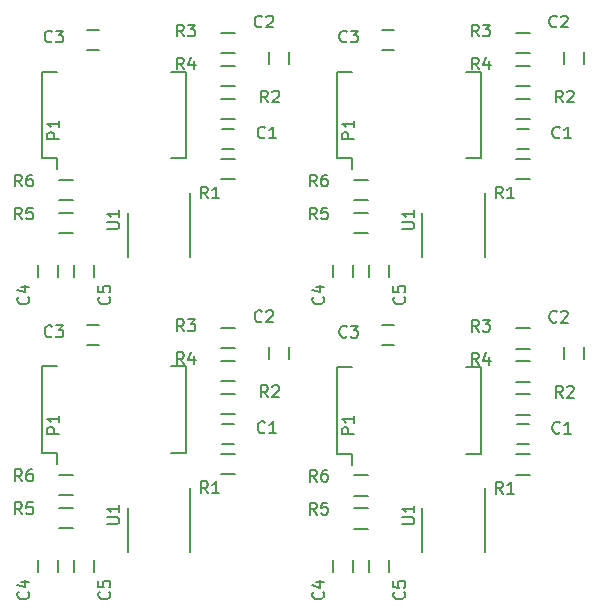
<source format=gto>
G04 #@! TF.FileFunction,Legend,Top*
%FSLAX46Y46*%
G04 Gerber Fmt 4.6, Leading zero omitted, Abs format (unit mm)*
G04 Created by KiCad (PCBNEW 0.201603210401+6634~43~ubuntu14.04.1-product) date mån 28 mar 2016 19:03:26*
%MOMM*%
G01*
G04 APERTURE LIST*
%ADD10C,0.100000*%
%ADD11C,0.150000*%
G04 APERTURE END LIST*
D10*
D11*
X110123500Y-141985900D02*
X110123500Y-145694500D01*
X115428500Y-140310900D02*
X115428500Y-145694500D01*
X107276000Y-147388200D02*
X107276000Y-146388200D01*
X105576000Y-146388200D02*
X105576000Y-147388200D01*
X105502000Y-143699200D02*
X104302000Y-143699200D01*
X104302000Y-141949200D02*
X105502000Y-141949200D01*
X105502000Y-140905200D02*
X104302000Y-140905200D01*
X104302000Y-139155200D02*
X105502000Y-139155200D01*
X104228000Y-147388200D02*
X104228000Y-146388200D01*
X102528000Y-146388200D02*
X102528000Y-147388200D01*
X102861000Y-137355200D02*
X104131000Y-137355200D01*
X102861000Y-130005200D02*
X104131000Y-130005200D01*
X115071000Y-130005200D02*
X113801000Y-130005200D01*
X115071000Y-137355200D02*
X113801000Y-137355200D01*
X102861000Y-137355200D02*
X102861000Y-130005200D01*
X115071000Y-137355200D02*
X115071000Y-130005200D01*
X104131000Y-137355200D02*
X104131000Y-138290200D01*
X122086000Y-128354200D02*
X122086000Y-129354200D01*
X123786000Y-129354200D02*
X123786000Y-128354200D01*
X107688000Y-126480200D02*
X106688000Y-126480200D01*
X106688000Y-128180200D02*
X107688000Y-128180200D01*
X119218000Y-139127200D02*
X118018000Y-139127200D01*
X118018000Y-137377200D02*
X119218000Y-137377200D01*
X119218000Y-134047200D02*
X118018000Y-134047200D01*
X118018000Y-132297200D02*
X119218000Y-132297200D01*
X119218000Y-128459200D02*
X118018000Y-128459200D01*
X118018000Y-126709200D02*
X119218000Y-126709200D01*
X119218000Y-131253200D02*
X118018000Y-131253200D01*
X118018000Y-129503200D02*
X119218000Y-129503200D01*
X118118000Y-136562200D02*
X119118000Y-136562200D01*
X119118000Y-134862200D02*
X118118000Y-134862200D01*
X135091700Y-142011300D02*
X135091700Y-145719900D01*
X140396700Y-140336300D02*
X140396700Y-145719900D01*
X132244200Y-147413600D02*
X132244200Y-146413600D01*
X130544200Y-146413600D02*
X130544200Y-147413600D01*
X130470200Y-143724600D02*
X129270200Y-143724600D01*
X129270200Y-141974600D02*
X130470200Y-141974600D01*
X130470200Y-140930600D02*
X129270200Y-140930600D01*
X129270200Y-139180600D02*
X130470200Y-139180600D01*
X129196200Y-147413600D02*
X129196200Y-146413600D01*
X127496200Y-146413600D02*
X127496200Y-147413600D01*
X127829200Y-137380600D02*
X129099200Y-137380600D01*
X127829200Y-130030600D02*
X129099200Y-130030600D01*
X140039200Y-130030600D02*
X138769200Y-130030600D01*
X140039200Y-137380600D02*
X138769200Y-137380600D01*
X127829200Y-137380600D02*
X127829200Y-130030600D01*
X140039200Y-137380600D02*
X140039200Y-130030600D01*
X129099200Y-137380600D02*
X129099200Y-138315600D01*
X147054200Y-128379600D02*
X147054200Y-129379600D01*
X148754200Y-129379600D02*
X148754200Y-128379600D01*
X132656200Y-126505600D02*
X131656200Y-126505600D01*
X131656200Y-128205600D02*
X132656200Y-128205600D01*
X144186200Y-139152600D02*
X142986200Y-139152600D01*
X142986200Y-137402600D02*
X144186200Y-137402600D01*
X144186200Y-134072600D02*
X142986200Y-134072600D01*
X142986200Y-132322600D02*
X144186200Y-132322600D01*
X144186200Y-128484600D02*
X142986200Y-128484600D01*
X142986200Y-126734600D02*
X144186200Y-126734600D01*
X144186200Y-131278600D02*
X142986200Y-131278600D01*
X142986200Y-129528600D02*
X144186200Y-129528600D01*
X143086200Y-136587600D02*
X144086200Y-136587600D01*
X144086200Y-134887600D02*
X143086200Y-134887600D01*
X130470200Y-115937000D02*
X129270200Y-115937000D01*
X129270200Y-114187000D02*
X130470200Y-114187000D01*
X130470200Y-118731000D02*
X129270200Y-118731000D01*
X129270200Y-116981000D02*
X130470200Y-116981000D01*
X144186200Y-106285000D02*
X142986200Y-106285000D01*
X142986200Y-104535000D02*
X144186200Y-104535000D01*
X144186200Y-103491000D02*
X142986200Y-103491000D01*
X142986200Y-101741000D02*
X144186200Y-101741000D01*
X144186200Y-109079000D02*
X142986200Y-109079000D01*
X142986200Y-107329000D02*
X144186200Y-107329000D01*
X144186200Y-114159000D02*
X142986200Y-114159000D01*
X142986200Y-112409000D02*
X144186200Y-112409000D01*
X132244200Y-122420000D02*
X132244200Y-121420000D01*
X130544200Y-121420000D02*
X130544200Y-122420000D01*
X129196200Y-122420000D02*
X129196200Y-121420000D01*
X127496200Y-121420000D02*
X127496200Y-122420000D01*
X132656200Y-101512000D02*
X131656200Y-101512000D01*
X131656200Y-103212000D02*
X132656200Y-103212000D01*
X147054200Y-103386000D02*
X147054200Y-104386000D01*
X148754200Y-104386000D02*
X148754200Y-103386000D01*
X135091700Y-117017700D02*
X135091700Y-120726300D01*
X140396700Y-115342700D02*
X140396700Y-120726300D01*
X143086200Y-111594000D02*
X144086200Y-111594000D01*
X144086200Y-109894000D02*
X143086200Y-109894000D01*
X127829200Y-112387000D02*
X129099200Y-112387000D01*
X127829200Y-105037000D02*
X129099200Y-105037000D01*
X140039200Y-105037000D02*
X138769200Y-105037000D01*
X140039200Y-112387000D02*
X138769200Y-112387000D01*
X127829200Y-112387000D02*
X127829200Y-105037000D01*
X140039200Y-112387000D02*
X140039200Y-105037000D01*
X129099200Y-112387000D02*
X129099200Y-113322000D01*
X102861000Y-112387000D02*
X104131000Y-112387000D01*
X102861000Y-105037000D02*
X104131000Y-105037000D01*
X115071000Y-105037000D02*
X113801000Y-105037000D01*
X115071000Y-112387000D02*
X113801000Y-112387000D01*
X102861000Y-112387000D02*
X102861000Y-105037000D01*
X115071000Y-112387000D02*
X115071000Y-105037000D01*
X104131000Y-112387000D02*
X104131000Y-113322000D01*
X118118000Y-111594000D02*
X119118000Y-111594000D01*
X119118000Y-109894000D02*
X118118000Y-109894000D01*
X110123500Y-117017700D02*
X110123500Y-120726300D01*
X115428500Y-115342700D02*
X115428500Y-120726300D01*
X122086000Y-103386000D02*
X122086000Y-104386000D01*
X123786000Y-104386000D02*
X123786000Y-103386000D01*
X107688000Y-101512000D02*
X106688000Y-101512000D01*
X106688000Y-103212000D02*
X107688000Y-103212000D01*
X104228000Y-122420000D02*
X104228000Y-121420000D01*
X102528000Y-121420000D02*
X102528000Y-122420000D01*
X107276000Y-122420000D02*
X107276000Y-121420000D01*
X105576000Y-121420000D02*
X105576000Y-122420000D01*
X119218000Y-114159000D02*
X118018000Y-114159000D01*
X118018000Y-112409000D02*
X119218000Y-112409000D01*
X119218000Y-109079000D02*
X118018000Y-109079000D01*
X118018000Y-107329000D02*
X119218000Y-107329000D01*
X119218000Y-103491000D02*
X118018000Y-103491000D01*
X118018000Y-101741000D02*
X119218000Y-101741000D01*
X119218000Y-106285000D02*
X118018000Y-106285000D01*
X118018000Y-104535000D02*
X119218000Y-104535000D01*
X105502000Y-118731000D02*
X104302000Y-118731000D01*
X104302000Y-116981000D02*
X105502000Y-116981000D01*
X105502000Y-115937000D02*
X104302000Y-115937000D01*
X104302000Y-114187000D02*
X105502000Y-114187000D01*
X108418381Y-143332105D02*
X109227905Y-143332105D01*
X109323143Y-143284486D01*
X109370762Y-143236867D01*
X109418381Y-143141629D01*
X109418381Y-142951152D01*
X109370762Y-142855914D01*
X109323143Y-142808295D01*
X109227905Y-142760676D01*
X108418381Y-142760676D01*
X109418381Y-141760676D02*
X109418381Y-142332105D01*
X109418381Y-142046391D02*
X108418381Y-142046391D01*
X108561238Y-142141629D01*
X108656476Y-142236867D01*
X108704095Y-142332105D01*
X108561143Y-149086866D02*
X108608762Y-149134485D01*
X108656381Y-149277342D01*
X108656381Y-149372580D01*
X108608762Y-149515438D01*
X108513524Y-149610676D01*
X108418286Y-149658295D01*
X108227810Y-149705914D01*
X108084952Y-149705914D01*
X107894476Y-149658295D01*
X107799238Y-149610676D01*
X107704000Y-149515438D01*
X107656381Y-149372580D01*
X107656381Y-149277342D01*
X107704000Y-149134485D01*
X107751619Y-149086866D01*
X107656381Y-148182104D02*
X107656381Y-148658295D01*
X108132571Y-148705914D01*
X108084952Y-148658295D01*
X108037333Y-148563057D01*
X108037333Y-148324961D01*
X108084952Y-148229723D01*
X108132571Y-148182104D01*
X108227810Y-148134485D01*
X108465905Y-148134485D01*
X108561143Y-148182104D01*
X108608762Y-148229723D01*
X108656381Y-148324961D01*
X108656381Y-148563057D01*
X108608762Y-148658295D01*
X108561143Y-148705914D01*
X101179334Y-142514581D02*
X100846000Y-142038390D01*
X100607905Y-142514581D02*
X100607905Y-141514581D01*
X100988858Y-141514581D01*
X101084096Y-141562200D01*
X101131715Y-141609819D01*
X101179334Y-141705057D01*
X101179334Y-141847914D01*
X101131715Y-141943152D01*
X101084096Y-141990771D01*
X100988858Y-142038390D01*
X100607905Y-142038390D01*
X102084096Y-141514581D02*
X101607905Y-141514581D01*
X101560286Y-141990771D01*
X101607905Y-141943152D01*
X101703143Y-141895533D01*
X101941239Y-141895533D01*
X102036477Y-141943152D01*
X102084096Y-141990771D01*
X102131715Y-142086010D01*
X102131715Y-142324105D01*
X102084096Y-142419343D01*
X102036477Y-142466962D01*
X101941239Y-142514581D01*
X101703143Y-142514581D01*
X101607905Y-142466962D01*
X101560286Y-142419343D01*
X101179334Y-139720581D02*
X100846000Y-139244390D01*
X100607905Y-139720581D02*
X100607905Y-138720581D01*
X100988858Y-138720581D01*
X101084096Y-138768200D01*
X101131715Y-138815819D01*
X101179334Y-138911057D01*
X101179334Y-139053914D01*
X101131715Y-139149152D01*
X101084096Y-139196771D01*
X100988858Y-139244390D01*
X100607905Y-139244390D01*
X102036477Y-138720581D02*
X101846000Y-138720581D01*
X101750762Y-138768200D01*
X101703143Y-138815819D01*
X101607905Y-138958676D01*
X101560286Y-139149152D01*
X101560286Y-139530105D01*
X101607905Y-139625343D01*
X101655524Y-139672962D01*
X101750762Y-139720581D01*
X101941239Y-139720581D01*
X102036477Y-139672962D01*
X102084096Y-139625343D01*
X102131715Y-139530105D01*
X102131715Y-139292010D01*
X102084096Y-139196771D01*
X102036477Y-139149152D01*
X101941239Y-139101533D01*
X101750762Y-139101533D01*
X101655524Y-139149152D01*
X101607905Y-139196771D01*
X101560286Y-139292010D01*
X101703143Y-149086866D02*
X101750762Y-149134485D01*
X101798381Y-149277342D01*
X101798381Y-149372580D01*
X101750762Y-149515438D01*
X101655524Y-149610676D01*
X101560286Y-149658295D01*
X101369810Y-149705914D01*
X101226952Y-149705914D01*
X101036476Y-149658295D01*
X100941238Y-149610676D01*
X100846000Y-149515438D01*
X100798381Y-149372580D01*
X100798381Y-149277342D01*
X100846000Y-149134485D01*
X100893619Y-149086866D01*
X101131714Y-148229723D02*
X101798381Y-148229723D01*
X100750762Y-148467819D02*
X101465048Y-148705914D01*
X101465048Y-148086866D01*
X104338381Y-135688295D02*
X103338381Y-135688295D01*
X103338381Y-135307342D01*
X103386000Y-135212104D01*
X103433619Y-135164485D01*
X103528857Y-135116866D01*
X103671714Y-135116866D01*
X103766952Y-135164485D01*
X103814571Y-135212104D01*
X103862190Y-135307342D01*
X103862190Y-135688295D01*
X104338381Y-134164485D02*
X104338381Y-134735914D01*
X104338381Y-134450200D02*
X103338381Y-134450200D01*
X103481238Y-134545438D01*
X103576476Y-134640676D01*
X103624095Y-134735914D01*
X121499334Y-126163343D02*
X121451715Y-126210962D01*
X121308858Y-126258581D01*
X121213620Y-126258581D01*
X121070762Y-126210962D01*
X120975524Y-126115724D01*
X120927905Y-126020486D01*
X120880286Y-125830010D01*
X120880286Y-125687152D01*
X120927905Y-125496676D01*
X120975524Y-125401438D01*
X121070762Y-125306200D01*
X121213620Y-125258581D01*
X121308858Y-125258581D01*
X121451715Y-125306200D01*
X121499334Y-125353819D01*
X121880286Y-125353819D02*
X121927905Y-125306200D01*
X122023143Y-125258581D01*
X122261239Y-125258581D01*
X122356477Y-125306200D01*
X122404096Y-125353819D01*
X122451715Y-125449057D01*
X122451715Y-125544295D01*
X122404096Y-125687152D01*
X121832667Y-126258581D01*
X122451715Y-126258581D01*
X103719334Y-127433343D02*
X103671715Y-127480962D01*
X103528858Y-127528581D01*
X103433620Y-127528581D01*
X103290762Y-127480962D01*
X103195524Y-127385724D01*
X103147905Y-127290486D01*
X103100286Y-127100010D01*
X103100286Y-126957152D01*
X103147905Y-126766676D01*
X103195524Y-126671438D01*
X103290762Y-126576200D01*
X103433620Y-126528581D01*
X103528858Y-126528581D01*
X103671715Y-126576200D01*
X103719334Y-126623819D01*
X104052667Y-126528581D02*
X104671715Y-126528581D01*
X104338381Y-126909533D01*
X104481239Y-126909533D01*
X104576477Y-126957152D01*
X104624096Y-127004771D01*
X104671715Y-127100010D01*
X104671715Y-127338105D01*
X104624096Y-127433343D01*
X104576477Y-127480962D01*
X104481239Y-127528581D01*
X104195524Y-127528581D01*
X104100286Y-127480962D01*
X104052667Y-127433343D01*
X116927334Y-140736581D02*
X116594000Y-140260390D01*
X116355905Y-140736581D02*
X116355905Y-139736581D01*
X116736858Y-139736581D01*
X116832096Y-139784200D01*
X116879715Y-139831819D01*
X116927334Y-139927057D01*
X116927334Y-140069914D01*
X116879715Y-140165152D01*
X116832096Y-140212771D01*
X116736858Y-140260390D01*
X116355905Y-140260390D01*
X117879715Y-140736581D02*
X117308286Y-140736581D01*
X117594000Y-140736581D02*
X117594000Y-139736581D01*
X117498762Y-139879438D01*
X117403524Y-139974676D01*
X117308286Y-140022295D01*
X122007334Y-132608581D02*
X121674000Y-132132390D01*
X121435905Y-132608581D02*
X121435905Y-131608581D01*
X121816858Y-131608581D01*
X121912096Y-131656200D01*
X121959715Y-131703819D01*
X122007334Y-131799057D01*
X122007334Y-131941914D01*
X121959715Y-132037152D01*
X121912096Y-132084771D01*
X121816858Y-132132390D01*
X121435905Y-132132390D01*
X122388286Y-131703819D02*
X122435905Y-131656200D01*
X122531143Y-131608581D01*
X122769239Y-131608581D01*
X122864477Y-131656200D01*
X122912096Y-131703819D01*
X122959715Y-131799057D01*
X122959715Y-131894295D01*
X122912096Y-132037152D01*
X122340667Y-132608581D01*
X122959715Y-132608581D01*
X114895334Y-127020581D02*
X114562000Y-126544390D01*
X114323905Y-127020581D02*
X114323905Y-126020581D01*
X114704858Y-126020581D01*
X114800096Y-126068200D01*
X114847715Y-126115819D01*
X114895334Y-126211057D01*
X114895334Y-126353914D01*
X114847715Y-126449152D01*
X114800096Y-126496771D01*
X114704858Y-126544390D01*
X114323905Y-126544390D01*
X115228667Y-126020581D02*
X115847715Y-126020581D01*
X115514381Y-126401533D01*
X115657239Y-126401533D01*
X115752477Y-126449152D01*
X115800096Y-126496771D01*
X115847715Y-126592010D01*
X115847715Y-126830105D01*
X115800096Y-126925343D01*
X115752477Y-126972962D01*
X115657239Y-127020581D01*
X115371524Y-127020581D01*
X115276286Y-126972962D01*
X115228667Y-126925343D01*
X114895334Y-129814581D02*
X114562000Y-129338390D01*
X114323905Y-129814581D02*
X114323905Y-128814581D01*
X114704858Y-128814581D01*
X114800096Y-128862200D01*
X114847715Y-128909819D01*
X114895334Y-129005057D01*
X114895334Y-129147914D01*
X114847715Y-129243152D01*
X114800096Y-129290771D01*
X114704858Y-129338390D01*
X114323905Y-129338390D01*
X115752477Y-129147914D02*
X115752477Y-129814581D01*
X115514381Y-128766962D02*
X115276286Y-129481248D01*
X115895334Y-129481248D01*
X121753334Y-135561343D02*
X121705715Y-135608962D01*
X121562858Y-135656581D01*
X121467620Y-135656581D01*
X121324762Y-135608962D01*
X121229524Y-135513724D01*
X121181905Y-135418486D01*
X121134286Y-135228010D01*
X121134286Y-135085152D01*
X121181905Y-134894676D01*
X121229524Y-134799438D01*
X121324762Y-134704200D01*
X121467620Y-134656581D01*
X121562858Y-134656581D01*
X121705715Y-134704200D01*
X121753334Y-134751819D01*
X122705715Y-135656581D02*
X122134286Y-135656581D01*
X122420000Y-135656581D02*
X122420000Y-134656581D01*
X122324762Y-134799438D01*
X122229524Y-134894676D01*
X122134286Y-134942295D01*
X133386581Y-143357505D02*
X134196105Y-143357505D01*
X134291343Y-143309886D01*
X134338962Y-143262267D01*
X134386581Y-143167029D01*
X134386581Y-142976552D01*
X134338962Y-142881314D01*
X134291343Y-142833695D01*
X134196105Y-142786076D01*
X133386581Y-142786076D01*
X134386581Y-141786076D02*
X134386581Y-142357505D01*
X134386581Y-142071791D02*
X133386581Y-142071791D01*
X133529438Y-142167029D01*
X133624676Y-142262267D01*
X133672295Y-142357505D01*
X133529343Y-149112266D02*
X133576962Y-149159885D01*
X133624581Y-149302742D01*
X133624581Y-149397980D01*
X133576962Y-149540838D01*
X133481724Y-149636076D01*
X133386486Y-149683695D01*
X133196010Y-149731314D01*
X133053152Y-149731314D01*
X132862676Y-149683695D01*
X132767438Y-149636076D01*
X132672200Y-149540838D01*
X132624581Y-149397980D01*
X132624581Y-149302742D01*
X132672200Y-149159885D01*
X132719819Y-149112266D01*
X132624581Y-148207504D02*
X132624581Y-148683695D01*
X133100771Y-148731314D01*
X133053152Y-148683695D01*
X133005533Y-148588457D01*
X133005533Y-148350361D01*
X133053152Y-148255123D01*
X133100771Y-148207504D01*
X133196010Y-148159885D01*
X133434105Y-148159885D01*
X133529343Y-148207504D01*
X133576962Y-148255123D01*
X133624581Y-148350361D01*
X133624581Y-148588457D01*
X133576962Y-148683695D01*
X133529343Y-148731314D01*
X126147534Y-142539981D02*
X125814200Y-142063790D01*
X125576105Y-142539981D02*
X125576105Y-141539981D01*
X125957058Y-141539981D01*
X126052296Y-141587600D01*
X126099915Y-141635219D01*
X126147534Y-141730457D01*
X126147534Y-141873314D01*
X126099915Y-141968552D01*
X126052296Y-142016171D01*
X125957058Y-142063790D01*
X125576105Y-142063790D01*
X127052296Y-141539981D02*
X126576105Y-141539981D01*
X126528486Y-142016171D01*
X126576105Y-141968552D01*
X126671343Y-141920933D01*
X126909439Y-141920933D01*
X127004677Y-141968552D01*
X127052296Y-142016171D01*
X127099915Y-142111410D01*
X127099915Y-142349505D01*
X127052296Y-142444743D01*
X127004677Y-142492362D01*
X126909439Y-142539981D01*
X126671343Y-142539981D01*
X126576105Y-142492362D01*
X126528486Y-142444743D01*
X126147534Y-139745981D02*
X125814200Y-139269790D01*
X125576105Y-139745981D02*
X125576105Y-138745981D01*
X125957058Y-138745981D01*
X126052296Y-138793600D01*
X126099915Y-138841219D01*
X126147534Y-138936457D01*
X126147534Y-139079314D01*
X126099915Y-139174552D01*
X126052296Y-139222171D01*
X125957058Y-139269790D01*
X125576105Y-139269790D01*
X127004677Y-138745981D02*
X126814200Y-138745981D01*
X126718962Y-138793600D01*
X126671343Y-138841219D01*
X126576105Y-138984076D01*
X126528486Y-139174552D01*
X126528486Y-139555505D01*
X126576105Y-139650743D01*
X126623724Y-139698362D01*
X126718962Y-139745981D01*
X126909439Y-139745981D01*
X127004677Y-139698362D01*
X127052296Y-139650743D01*
X127099915Y-139555505D01*
X127099915Y-139317410D01*
X127052296Y-139222171D01*
X127004677Y-139174552D01*
X126909439Y-139126933D01*
X126718962Y-139126933D01*
X126623724Y-139174552D01*
X126576105Y-139222171D01*
X126528486Y-139317410D01*
X126671343Y-149112266D02*
X126718962Y-149159885D01*
X126766581Y-149302742D01*
X126766581Y-149397980D01*
X126718962Y-149540838D01*
X126623724Y-149636076D01*
X126528486Y-149683695D01*
X126338010Y-149731314D01*
X126195152Y-149731314D01*
X126004676Y-149683695D01*
X125909438Y-149636076D01*
X125814200Y-149540838D01*
X125766581Y-149397980D01*
X125766581Y-149302742D01*
X125814200Y-149159885D01*
X125861819Y-149112266D01*
X126099914Y-148255123D02*
X126766581Y-148255123D01*
X125718962Y-148493219D02*
X126433248Y-148731314D01*
X126433248Y-148112266D01*
X129306581Y-135713695D02*
X128306581Y-135713695D01*
X128306581Y-135332742D01*
X128354200Y-135237504D01*
X128401819Y-135189885D01*
X128497057Y-135142266D01*
X128639914Y-135142266D01*
X128735152Y-135189885D01*
X128782771Y-135237504D01*
X128830390Y-135332742D01*
X128830390Y-135713695D01*
X129306581Y-134189885D02*
X129306581Y-134761314D01*
X129306581Y-134475600D02*
X128306581Y-134475600D01*
X128449438Y-134570838D01*
X128544676Y-134666076D01*
X128592295Y-134761314D01*
X146467534Y-126188743D02*
X146419915Y-126236362D01*
X146277058Y-126283981D01*
X146181820Y-126283981D01*
X146038962Y-126236362D01*
X145943724Y-126141124D01*
X145896105Y-126045886D01*
X145848486Y-125855410D01*
X145848486Y-125712552D01*
X145896105Y-125522076D01*
X145943724Y-125426838D01*
X146038962Y-125331600D01*
X146181820Y-125283981D01*
X146277058Y-125283981D01*
X146419915Y-125331600D01*
X146467534Y-125379219D01*
X146848486Y-125379219D02*
X146896105Y-125331600D01*
X146991343Y-125283981D01*
X147229439Y-125283981D01*
X147324677Y-125331600D01*
X147372296Y-125379219D01*
X147419915Y-125474457D01*
X147419915Y-125569695D01*
X147372296Y-125712552D01*
X146800867Y-126283981D01*
X147419915Y-126283981D01*
X128687534Y-127458743D02*
X128639915Y-127506362D01*
X128497058Y-127553981D01*
X128401820Y-127553981D01*
X128258962Y-127506362D01*
X128163724Y-127411124D01*
X128116105Y-127315886D01*
X128068486Y-127125410D01*
X128068486Y-126982552D01*
X128116105Y-126792076D01*
X128163724Y-126696838D01*
X128258962Y-126601600D01*
X128401820Y-126553981D01*
X128497058Y-126553981D01*
X128639915Y-126601600D01*
X128687534Y-126649219D01*
X129020867Y-126553981D02*
X129639915Y-126553981D01*
X129306581Y-126934933D01*
X129449439Y-126934933D01*
X129544677Y-126982552D01*
X129592296Y-127030171D01*
X129639915Y-127125410D01*
X129639915Y-127363505D01*
X129592296Y-127458743D01*
X129544677Y-127506362D01*
X129449439Y-127553981D01*
X129163724Y-127553981D01*
X129068486Y-127506362D01*
X129020867Y-127458743D01*
X141895534Y-140761981D02*
X141562200Y-140285790D01*
X141324105Y-140761981D02*
X141324105Y-139761981D01*
X141705058Y-139761981D01*
X141800296Y-139809600D01*
X141847915Y-139857219D01*
X141895534Y-139952457D01*
X141895534Y-140095314D01*
X141847915Y-140190552D01*
X141800296Y-140238171D01*
X141705058Y-140285790D01*
X141324105Y-140285790D01*
X142847915Y-140761981D02*
X142276486Y-140761981D01*
X142562200Y-140761981D02*
X142562200Y-139761981D01*
X142466962Y-139904838D01*
X142371724Y-140000076D01*
X142276486Y-140047695D01*
X146975534Y-132633981D02*
X146642200Y-132157790D01*
X146404105Y-132633981D02*
X146404105Y-131633981D01*
X146785058Y-131633981D01*
X146880296Y-131681600D01*
X146927915Y-131729219D01*
X146975534Y-131824457D01*
X146975534Y-131967314D01*
X146927915Y-132062552D01*
X146880296Y-132110171D01*
X146785058Y-132157790D01*
X146404105Y-132157790D01*
X147356486Y-131729219D02*
X147404105Y-131681600D01*
X147499343Y-131633981D01*
X147737439Y-131633981D01*
X147832677Y-131681600D01*
X147880296Y-131729219D01*
X147927915Y-131824457D01*
X147927915Y-131919695D01*
X147880296Y-132062552D01*
X147308867Y-132633981D01*
X147927915Y-132633981D01*
X139863534Y-127045981D02*
X139530200Y-126569790D01*
X139292105Y-127045981D02*
X139292105Y-126045981D01*
X139673058Y-126045981D01*
X139768296Y-126093600D01*
X139815915Y-126141219D01*
X139863534Y-126236457D01*
X139863534Y-126379314D01*
X139815915Y-126474552D01*
X139768296Y-126522171D01*
X139673058Y-126569790D01*
X139292105Y-126569790D01*
X140196867Y-126045981D02*
X140815915Y-126045981D01*
X140482581Y-126426933D01*
X140625439Y-126426933D01*
X140720677Y-126474552D01*
X140768296Y-126522171D01*
X140815915Y-126617410D01*
X140815915Y-126855505D01*
X140768296Y-126950743D01*
X140720677Y-126998362D01*
X140625439Y-127045981D01*
X140339724Y-127045981D01*
X140244486Y-126998362D01*
X140196867Y-126950743D01*
X139863534Y-129839981D02*
X139530200Y-129363790D01*
X139292105Y-129839981D02*
X139292105Y-128839981D01*
X139673058Y-128839981D01*
X139768296Y-128887600D01*
X139815915Y-128935219D01*
X139863534Y-129030457D01*
X139863534Y-129173314D01*
X139815915Y-129268552D01*
X139768296Y-129316171D01*
X139673058Y-129363790D01*
X139292105Y-129363790D01*
X140720677Y-129173314D02*
X140720677Y-129839981D01*
X140482581Y-128792362D02*
X140244486Y-129506648D01*
X140863534Y-129506648D01*
X146721534Y-135586743D02*
X146673915Y-135634362D01*
X146531058Y-135681981D01*
X146435820Y-135681981D01*
X146292962Y-135634362D01*
X146197724Y-135539124D01*
X146150105Y-135443886D01*
X146102486Y-135253410D01*
X146102486Y-135110552D01*
X146150105Y-134920076D01*
X146197724Y-134824838D01*
X146292962Y-134729600D01*
X146435820Y-134681981D01*
X146531058Y-134681981D01*
X146673915Y-134729600D01*
X146721534Y-134777219D01*
X147673915Y-135681981D02*
X147102486Y-135681981D01*
X147388200Y-135681981D02*
X147388200Y-134681981D01*
X147292962Y-134824838D01*
X147197724Y-134920076D01*
X147102486Y-134967695D01*
X126147534Y-114752381D02*
X125814200Y-114276190D01*
X125576105Y-114752381D02*
X125576105Y-113752381D01*
X125957058Y-113752381D01*
X126052296Y-113800000D01*
X126099915Y-113847619D01*
X126147534Y-113942857D01*
X126147534Y-114085714D01*
X126099915Y-114180952D01*
X126052296Y-114228571D01*
X125957058Y-114276190D01*
X125576105Y-114276190D01*
X127004677Y-113752381D02*
X126814200Y-113752381D01*
X126718962Y-113800000D01*
X126671343Y-113847619D01*
X126576105Y-113990476D01*
X126528486Y-114180952D01*
X126528486Y-114561905D01*
X126576105Y-114657143D01*
X126623724Y-114704762D01*
X126718962Y-114752381D01*
X126909439Y-114752381D01*
X127004677Y-114704762D01*
X127052296Y-114657143D01*
X127099915Y-114561905D01*
X127099915Y-114323810D01*
X127052296Y-114228571D01*
X127004677Y-114180952D01*
X126909439Y-114133333D01*
X126718962Y-114133333D01*
X126623724Y-114180952D01*
X126576105Y-114228571D01*
X126528486Y-114323810D01*
X126147534Y-117546381D02*
X125814200Y-117070190D01*
X125576105Y-117546381D02*
X125576105Y-116546381D01*
X125957058Y-116546381D01*
X126052296Y-116594000D01*
X126099915Y-116641619D01*
X126147534Y-116736857D01*
X126147534Y-116879714D01*
X126099915Y-116974952D01*
X126052296Y-117022571D01*
X125957058Y-117070190D01*
X125576105Y-117070190D01*
X127052296Y-116546381D02*
X126576105Y-116546381D01*
X126528486Y-117022571D01*
X126576105Y-116974952D01*
X126671343Y-116927333D01*
X126909439Y-116927333D01*
X127004677Y-116974952D01*
X127052296Y-117022571D01*
X127099915Y-117117810D01*
X127099915Y-117355905D01*
X127052296Y-117451143D01*
X127004677Y-117498762D01*
X126909439Y-117546381D01*
X126671343Y-117546381D01*
X126576105Y-117498762D01*
X126528486Y-117451143D01*
X139863534Y-104846381D02*
X139530200Y-104370190D01*
X139292105Y-104846381D02*
X139292105Y-103846381D01*
X139673058Y-103846381D01*
X139768296Y-103894000D01*
X139815915Y-103941619D01*
X139863534Y-104036857D01*
X139863534Y-104179714D01*
X139815915Y-104274952D01*
X139768296Y-104322571D01*
X139673058Y-104370190D01*
X139292105Y-104370190D01*
X140720677Y-104179714D02*
X140720677Y-104846381D01*
X140482581Y-103798762D02*
X140244486Y-104513048D01*
X140863534Y-104513048D01*
X139863534Y-102052381D02*
X139530200Y-101576190D01*
X139292105Y-102052381D02*
X139292105Y-101052381D01*
X139673058Y-101052381D01*
X139768296Y-101100000D01*
X139815915Y-101147619D01*
X139863534Y-101242857D01*
X139863534Y-101385714D01*
X139815915Y-101480952D01*
X139768296Y-101528571D01*
X139673058Y-101576190D01*
X139292105Y-101576190D01*
X140196867Y-101052381D02*
X140815915Y-101052381D01*
X140482581Y-101433333D01*
X140625439Y-101433333D01*
X140720677Y-101480952D01*
X140768296Y-101528571D01*
X140815915Y-101623810D01*
X140815915Y-101861905D01*
X140768296Y-101957143D01*
X140720677Y-102004762D01*
X140625439Y-102052381D01*
X140339724Y-102052381D01*
X140244486Y-102004762D01*
X140196867Y-101957143D01*
X146975534Y-107640381D02*
X146642200Y-107164190D01*
X146404105Y-107640381D02*
X146404105Y-106640381D01*
X146785058Y-106640381D01*
X146880296Y-106688000D01*
X146927915Y-106735619D01*
X146975534Y-106830857D01*
X146975534Y-106973714D01*
X146927915Y-107068952D01*
X146880296Y-107116571D01*
X146785058Y-107164190D01*
X146404105Y-107164190D01*
X147356486Y-106735619D02*
X147404105Y-106688000D01*
X147499343Y-106640381D01*
X147737439Y-106640381D01*
X147832677Y-106688000D01*
X147880296Y-106735619D01*
X147927915Y-106830857D01*
X147927915Y-106926095D01*
X147880296Y-107068952D01*
X147308867Y-107640381D01*
X147927915Y-107640381D01*
X141895534Y-115768381D02*
X141562200Y-115292190D01*
X141324105Y-115768381D02*
X141324105Y-114768381D01*
X141705058Y-114768381D01*
X141800296Y-114816000D01*
X141847915Y-114863619D01*
X141895534Y-114958857D01*
X141895534Y-115101714D01*
X141847915Y-115196952D01*
X141800296Y-115244571D01*
X141705058Y-115292190D01*
X141324105Y-115292190D01*
X142847915Y-115768381D02*
X142276486Y-115768381D01*
X142562200Y-115768381D02*
X142562200Y-114768381D01*
X142466962Y-114911238D01*
X142371724Y-115006476D01*
X142276486Y-115054095D01*
X133529343Y-124118666D02*
X133576962Y-124166285D01*
X133624581Y-124309142D01*
X133624581Y-124404380D01*
X133576962Y-124547238D01*
X133481724Y-124642476D01*
X133386486Y-124690095D01*
X133196010Y-124737714D01*
X133053152Y-124737714D01*
X132862676Y-124690095D01*
X132767438Y-124642476D01*
X132672200Y-124547238D01*
X132624581Y-124404380D01*
X132624581Y-124309142D01*
X132672200Y-124166285D01*
X132719819Y-124118666D01*
X132624581Y-123213904D02*
X132624581Y-123690095D01*
X133100771Y-123737714D01*
X133053152Y-123690095D01*
X133005533Y-123594857D01*
X133005533Y-123356761D01*
X133053152Y-123261523D01*
X133100771Y-123213904D01*
X133196010Y-123166285D01*
X133434105Y-123166285D01*
X133529343Y-123213904D01*
X133576962Y-123261523D01*
X133624581Y-123356761D01*
X133624581Y-123594857D01*
X133576962Y-123690095D01*
X133529343Y-123737714D01*
X126671343Y-124118666D02*
X126718962Y-124166285D01*
X126766581Y-124309142D01*
X126766581Y-124404380D01*
X126718962Y-124547238D01*
X126623724Y-124642476D01*
X126528486Y-124690095D01*
X126338010Y-124737714D01*
X126195152Y-124737714D01*
X126004676Y-124690095D01*
X125909438Y-124642476D01*
X125814200Y-124547238D01*
X125766581Y-124404380D01*
X125766581Y-124309142D01*
X125814200Y-124166285D01*
X125861819Y-124118666D01*
X126099914Y-123261523D02*
X126766581Y-123261523D01*
X125718962Y-123499619D02*
X126433248Y-123737714D01*
X126433248Y-123118666D01*
X128687534Y-102465143D02*
X128639915Y-102512762D01*
X128497058Y-102560381D01*
X128401820Y-102560381D01*
X128258962Y-102512762D01*
X128163724Y-102417524D01*
X128116105Y-102322286D01*
X128068486Y-102131810D01*
X128068486Y-101988952D01*
X128116105Y-101798476D01*
X128163724Y-101703238D01*
X128258962Y-101608000D01*
X128401820Y-101560381D01*
X128497058Y-101560381D01*
X128639915Y-101608000D01*
X128687534Y-101655619D01*
X129020867Y-101560381D02*
X129639915Y-101560381D01*
X129306581Y-101941333D01*
X129449439Y-101941333D01*
X129544677Y-101988952D01*
X129592296Y-102036571D01*
X129639915Y-102131810D01*
X129639915Y-102369905D01*
X129592296Y-102465143D01*
X129544677Y-102512762D01*
X129449439Y-102560381D01*
X129163724Y-102560381D01*
X129068486Y-102512762D01*
X129020867Y-102465143D01*
X146467534Y-101195143D02*
X146419915Y-101242762D01*
X146277058Y-101290381D01*
X146181820Y-101290381D01*
X146038962Y-101242762D01*
X145943724Y-101147524D01*
X145896105Y-101052286D01*
X145848486Y-100861810D01*
X145848486Y-100718952D01*
X145896105Y-100528476D01*
X145943724Y-100433238D01*
X146038962Y-100338000D01*
X146181820Y-100290381D01*
X146277058Y-100290381D01*
X146419915Y-100338000D01*
X146467534Y-100385619D01*
X146848486Y-100385619D02*
X146896105Y-100338000D01*
X146991343Y-100290381D01*
X147229439Y-100290381D01*
X147324677Y-100338000D01*
X147372296Y-100385619D01*
X147419915Y-100480857D01*
X147419915Y-100576095D01*
X147372296Y-100718952D01*
X146800867Y-101290381D01*
X147419915Y-101290381D01*
X133386581Y-118363905D02*
X134196105Y-118363905D01*
X134291343Y-118316286D01*
X134338962Y-118268667D01*
X134386581Y-118173429D01*
X134386581Y-117982952D01*
X134338962Y-117887714D01*
X134291343Y-117840095D01*
X134196105Y-117792476D01*
X133386581Y-117792476D01*
X134386581Y-116792476D02*
X134386581Y-117363905D01*
X134386581Y-117078191D02*
X133386581Y-117078191D01*
X133529438Y-117173429D01*
X133624676Y-117268667D01*
X133672295Y-117363905D01*
X146721534Y-110593143D02*
X146673915Y-110640762D01*
X146531058Y-110688381D01*
X146435820Y-110688381D01*
X146292962Y-110640762D01*
X146197724Y-110545524D01*
X146150105Y-110450286D01*
X146102486Y-110259810D01*
X146102486Y-110116952D01*
X146150105Y-109926476D01*
X146197724Y-109831238D01*
X146292962Y-109736000D01*
X146435820Y-109688381D01*
X146531058Y-109688381D01*
X146673915Y-109736000D01*
X146721534Y-109783619D01*
X147673915Y-110688381D02*
X147102486Y-110688381D01*
X147388200Y-110688381D02*
X147388200Y-109688381D01*
X147292962Y-109831238D01*
X147197724Y-109926476D01*
X147102486Y-109974095D01*
X129306581Y-110720095D02*
X128306581Y-110720095D01*
X128306581Y-110339142D01*
X128354200Y-110243904D01*
X128401819Y-110196285D01*
X128497057Y-110148666D01*
X128639914Y-110148666D01*
X128735152Y-110196285D01*
X128782771Y-110243904D01*
X128830390Y-110339142D01*
X128830390Y-110720095D01*
X129306581Y-109196285D02*
X129306581Y-109767714D01*
X129306581Y-109482000D02*
X128306581Y-109482000D01*
X128449438Y-109577238D01*
X128544676Y-109672476D01*
X128592295Y-109767714D01*
X104338381Y-110720095D02*
X103338381Y-110720095D01*
X103338381Y-110339142D01*
X103386000Y-110243904D01*
X103433619Y-110196285D01*
X103528857Y-110148666D01*
X103671714Y-110148666D01*
X103766952Y-110196285D01*
X103814571Y-110243904D01*
X103862190Y-110339142D01*
X103862190Y-110720095D01*
X104338381Y-109196285D02*
X104338381Y-109767714D01*
X104338381Y-109482000D02*
X103338381Y-109482000D01*
X103481238Y-109577238D01*
X103576476Y-109672476D01*
X103624095Y-109767714D01*
X121753334Y-110593143D02*
X121705715Y-110640762D01*
X121562858Y-110688381D01*
X121467620Y-110688381D01*
X121324762Y-110640762D01*
X121229524Y-110545524D01*
X121181905Y-110450286D01*
X121134286Y-110259810D01*
X121134286Y-110116952D01*
X121181905Y-109926476D01*
X121229524Y-109831238D01*
X121324762Y-109736000D01*
X121467620Y-109688381D01*
X121562858Y-109688381D01*
X121705715Y-109736000D01*
X121753334Y-109783619D01*
X122705715Y-110688381D02*
X122134286Y-110688381D01*
X122420000Y-110688381D02*
X122420000Y-109688381D01*
X122324762Y-109831238D01*
X122229524Y-109926476D01*
X122134286Y-109974095D01*
X108418381Y-118363905D02*
X109227905Y-118363905D01*
X109323143Y-118316286D01*
X109370762Y-118268667D01*
X109418381Y-118173429D01*
X109418381Y-117982952D01*
X109370762Y-117887714D01*
X109323143Y-117840095D01*
X109227905Y-117792476D01*
X108418381Y-117792476D01*
X109418381Y-116792476D02*
X109418381Y-117363905D01*
X109418381Y-117078191D02*
X108418381Y-117078191D01*
X108561238Y-117173429D01*
X108656476Y-117268667D01*
X108704095Y-117363905D01*
X121499334Y-101195143D02*
X121451715Y-101242762D01*
X121308858Y-101290381D01*
X121213620Y-101290381D01*
X121070762Y-101242762D01*
X120975524Y-101147524D01*
X120927905Y-101052286D01*
X120880286Y-100861810D01*
X120880286Y-100718952D01*
X120927905Y-100528476D01*
X120975524Y-100433238D01*
X121070762Y-100338000D01*
X121213620Y-100290381D01*
X121308858Y-100290381D01*
X121451715Y-100338000D01*
X121499334Y-100385619D01*
X121880286Y-100385619D02*
X121927905Y-100338000D01*
X122023143Y-100290381D01*
X122261239Y-100290381D01*
X122356477Y-100338000D01*
X122404096Y-100385619D01*
X122451715Y-100480857D01*
X122451715Y-100576095D01*
X122404096Y-100718952D01*
X121832667Y-101290381D01*
X122451715Y-101290381D01*
X103719334Y-102465143D02*
X103671715Y-102512762D01*
X103528858Y-102560381D01*
X103433620Y-102560381D01*
X103290762Y-102512762D01*
X103195524Y-102417524D01*
X103147905Y-102322286D01*
X103100286Y-102131810D01*
X103100286Y-101988952D01*
X103147905Y-101798476D01*
X103195524Y-101703238D01*
X103290762Y-101608000D01*
X103433620Y-101560381D01*
X103528858Y-101560381D01*
X103671715Y-101608000D01*
X103719334Y-101655619D01*
X104052667Y-101560381D02*
X104671715Y-101560381D01*
X104338381Y-101941333D01*
X104481239Y-101941333D01*
X104576477Y-101988952D01*
X104624096Y-102036571D01*
X104671715Y-102131810D01*
X104671715Y-102369905D01*
X104624096Y-102465143D01*
X104576477Y-102512762D01*
X104481239Y-102560381D01*
X104195524Y-102560381D01*
X104100286Y-102512762D01*
X104052667Y-102465143D01*
X101703143Y-124118666D02*
X101750762Y-124166285D01*
X101798381Y-124309142D01*
X101798381Y-124404380D01*
X101750762Y-124547238D01*
X101655524Y-124642476D01*
X101560286Y-124690095D01*
X101369810Y-124737714D01*
X101226952Y-124737714D01*
X101036476Y-124690095D01*
X100941238Y-124642476D01*
X100846000Y-124547238D01*
X100798381Y-124404380D01*
X100798381Y-124309142D01*
X100846000Y-124166285D01*
X100893619Y-124118666D01*
X101131714Y-123261523D02*
X101798381Y-123261523D01*
X100750762Y-123499619D02*
X101465048Y-123737714D01*
X101465048Y-123118666D01*
X108561143Y-124118666D02*
X108608762Y-124166285D01*
X108656381Y-124309142D01*
X108656381Y-124404380D01*
X108608762Y-124547238D01*
X108513524Y-124642476D01*
X108418286Y-124690095D01*
X108227810Y-124737714D01*
X108084952Y-124737714D01*
X107894476Y-124690095D01*
X107799238Y-124642476D01*
X107704000Y-124547238D01*
X107656381Y-124404380D01*
X107656381Y-124309142D01*
X107704000Y-124166285D01*
X107751619Y-124118666D01*
X107656381Y-123213904D02*
X107656381Y-123690095D01*
X108132571Y-123737714D01*
X108084952Y-123690095D01*
X108037333Y-123594857D01*
X108037333Y-123356761D01*
X108084952Y-123261523D01*
X108132571Y-123213904D01*
X108227810Y-123166285D01*
X108465905Y-123166285D01*
X108561143Y-123213904D01*
X108608762Y-123261523D01*
X108656381Y-123356761D01*
X108656381Y-123594857D01*
X108608762Y-123690095D01*
X108561143Y-123737714D01*
X116927334Y-115768381D02*
X116594000Y-115292190D01*
X116355905Y-115768381D02*
X116355905Y-114768381D01*
X116736858Y-114768381D01*
X116832096Y-114816000D01*
X116879715Y-114863619D01*
X116927334Y-114958857D01*
X116927334Y-115101714D01*
X116879715Y-115196952D01*
X116832096Y-115244571D01*
X116736858Y-115292190D01*
X116355905Y-115292190D01*
X117879715Y-115768381D02*
X117308286Y-115768381D01*
X117594000Y-115768381D02*
X117594000Y-114768381D01*
X117498762Y-114911238D01*
X117403524Y-115006476D01*
X117308286Y-115054095D01*
X122007334Y-107640381D02*
X121674000Y-107164190D01*
X121435905Y-107640381D02*
X121435905Y-106640381D01*
X121816858Y-106640381D01*
X121912096Y-106688000D01*
X121959715Y-106735619D01*
X122007334Y-106830857D01*
X122007334Y-106973714D01*
X121959715Y-107068952D01*
X121912096Y-107116571D01*
X121816858Y-107164190D01*
X121435905Y-107164190D01*
X122388286Y-106735619D02*
X122435905Y-106688000D01*
X122531143Y-106640381D01*
X122769239Y-106640381D01*
X122864477Y-106688000D01*
X122912096Y-106735619D01*
X122959715Y-106830857D01*
X122959715Y-106926095D01*
X122912096Y-107068952D01*
X122340667Y-107640381D01*
X122959715Y-107640381D01*
X114895334Y-102052381D02*
X114562000Y-101576190D01*
X114323905Y-102052381D02*
X114323905Y-101052381D01*
X114704858Y-101052381D01*
X114800096Y-101100000D01*
X114847715Y-101147619D01*
X114895334Y-101242857D01*
X114895334Y-101385714D01*
X114847715Y-101480952D01*
X114800096Y-101528571D01*
X114704858Y-101576190D01*
X114323905Y-101576190D01*
X115228667Y-101052381D02*
X115847715Y-101052381D01*
X115514381Y-101433333D01*
X115657239Y-101433333D01*
X115752477Y-101480952D01*
X115800096Y-101528571D01*
X115847715Y-101623810D01*
X115847715Y-101861905D01*
X115800096Y-101957143D01*
X115752477Y-102004762D01*
X115657239Y-102052381D01*
X115371524Y-102052381D01*
X115276286Y-102004762D01*
X115228667Y-101957143D01*
X114895334Y-104846381D02*
X114562000Y-104370190D01*
X114323905Y-104846381D02*
X114323905Y-103846381D01*
X114704858Y-103846381D01*
X114800096Y-103894000D01*
X114847715Y-103941619D01*
X114895334Y-104036857D01*
X114895334Y-104179714D01*
X114847715Y-104274952D01*
X114800096Y-104322571D01*
X114704858Y-104370190D01*
X114323905Y-104370190D01*
X115752477Y-104179714D02*
X115752477Y-104846381D01*
X115514381Y-103798762D02*
X115276286Y-104513048D01*
X115895334Y-104513048D01*
X101179334Y-117546381D02*
X100846000Y-117070190D01*
X100607905Y-117546381D02*
X100607905Y-116546381D01*
X100988858Y-116546381D01*
X101084096Y-116594000D01*
X101131715Y-116641619D01*
X101179334Y-116736857D01*
X101179334Y-116879714D01*
X101131715Y-116974952D01*
X101084096Y-117022571D01*
X100988858Y-117070190D01*
X100607905Y-117070190D01*
X102084096Y-116546381D02*
X101607905Y-116546381D01*
X101560286Y-117022571D01*
X101607905Y-116974952D01*
X101703143Y-116927333D01*
X101941239Y-116927333D01*
X102036477Y-116974952D01*
X102084096Y-117022571D01*
X102131715Y-117117810D01*
X102131715Y-117355905D01*
X102084096Y-117451143D01*
X102036477Y-117498762D01*
X101941239Y-117546381D01*
X101703143Y-117546381D01*
X101607905Y-117498762D01*
X101560286Y-117451143D01*
X101179334Y-114752381D02*
X100846000Y-114276190D01*
X100607905Y-114752381D02*
X100607905Y-113752381D01*
X100988858Y-113752381D01*
X101084096Y-113800000D01*
X101131715Y-113847619D01*
X101179334Y-113942857D01*
X101179334Y-114085714D01*
X101131715Y-114180952D01*
X101084096Y-114228571D01*
X100988858Y-114276190D01*
X100607905Y-114276190D01*
X102036477Y-113752381D02*
X101846000Y-113752381D01*
X101750762Y-113800000D01*
X101703143Y-113847619D01*
X101607905Y-113990476D01*
X101560286Y-114180952D01*
X101560286Y-114561905D01*
X101607905Y-114657143D01*
X101655524Y-114704762D01*
X101750762Y-114752381D01*
X101941239Y-114752381D01*
X102036477Y-114704762D01*
X102084096Y-114657143D01*
X102131715Y-114561905D01*
X102131715Y-114323810D01*
X102084096Y-114228571D01*
X102036477Y-114180952D01*
X101941239Y-114133333D01*
X101750762Y-114133333D01*
X101655524Y-114180952D01*
X101607905Y-114228571D01*
X101560286Y-114323810D01*
M02*

</source>
